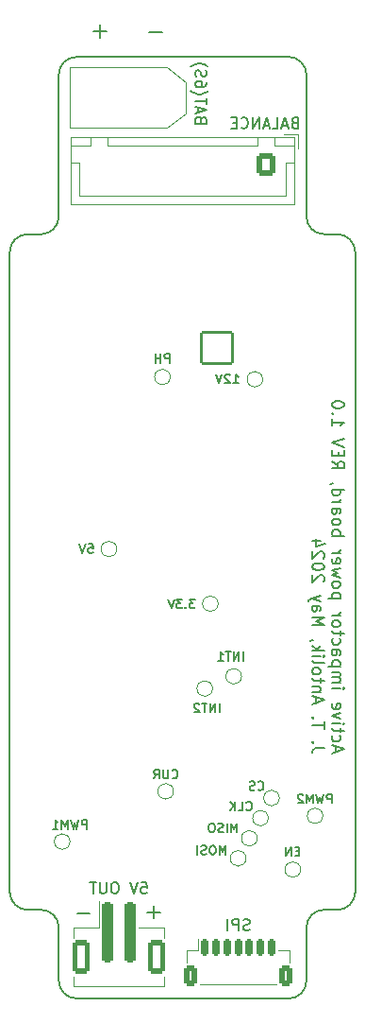
<source format=gbr>
%TF.GenerationSoftware,KiCad,Pcbnew,7.0.6*%
%TF.CreationDate,2024-05-08T12:01:16-04:00*%
%TF.ProjectId,ActiveImpactor_Power,41637469-7665-4496-9d70-6163746f725f,rev?*%
%TF.SameCoordinates,Original*%
%TF.FileFunction,Legend,Bot*%
%TF.FilePolarity,Positive*%
%FSLAX46Y46*%
G04 Gerber Fmt 4.6, Leading zero omitted, Abs format (unit mm)*
G04 Created by KiCad (PCBNEW 7.0.6) date 2024-05-08 12:01:16*
%MOMM*%
%LPD*%
G01*
G04 APERTURE LIST*
G04 Aperture macros list*
%AMRoundRect*
0 Rectangle with rounded corners*
0 $1 Rounding radius*
0 $2 $3 $4 $5 $6 $7 $8 $9 X,Y pos of 4 corners*
0 Add a 4 corners polygon primitive as box body*
4,1,4,$2,$3,$4,$5,$6,$7,$8,$9,$2,$3,0*
0 Add four circle primitives for the rounded corners*
1,1,$1+$1,$2,$3*
1,1,$1+$1,$4,$5*
1,1,$1+$1,$6,$7*
1,1,$1+$1,$8,$9*
0 Add four rect primitives between the rounded corners*
20,1,$1+$1,$2,$3,$4,$5,0*
20,1,$1+$1,$4,$5,$6,$7,0*
20,1,$1+$1,$6,$7,$8,$9,0*
20,1,$1+$1,$8,$9,$2,$3,0*%
G04 Aperture macros list end*
%ADD10C,0.200000*%
%ADD11C,0.150000*%
%ADD12C,0.120000*%
%ADD13RoundRect,0.102000X1.387500X-1.387500X1.387500X1.387500X-1.387500X1.387500X-1.387500X-1.387500X0*%
%ADD14C,2.979000*%
%ADD15C,0.990600*%
%ADD16C,4.750000*%
%ADD17C,1.000000*%
%ADD18R,3.800000X3.800000*%
%ADD19C,3.800000*%
%ADD20RoundRect,0.250000X-0.250000X-2.500000X0.250000X-2.500000X0.250000X2.500000X-0.250000X2.500000X0*%
%ADD21RoundRect,0.250000X-0.550000X-1.250000X0.550000X-1.250000X0.550000X1.250000X-0.550000X1.250000X0*%
%ADD22RoundRect,0.150000X-0.150000X-0.625000X0.150000X-0.625000X0.150000X0.625000X-0.150000X0.625000X0*%
%ADD23RoundRect,0.250000X-0.350000X-0.650000X0.350000X-0.650000X0.350000X0.650000X-0.350000X0.650000X0*%
%ADD24RoundRect,0.250000X0.600000X0.725000X-0.600000X0.725000X-0.600000X-0.725000X0.600000X-0.725000X0*%
%ADD25O,1.700000X1.950000*%
G04 APERTURE END LIST*
D10*
X11121925Y27875625D02*
G75*
G03*
X12709375Y26288125I1587475J-25D01*
G01*
X12709375Y-34211875D02*
G75*
G03*
X11121875Y-35799375I5J-1587505D01*
G01*
X11121875Y40575625D02*
G75*
G03*
X9534375Y42163125I-1587505J-5D01*
G01*
X-11103125Y-35799375D02*
G75*
G03*
X-12690625Y-34211875I-1587500J0D01*
G01*
X-9515625Y42163125D02*
X9534375Y42163125D01*
X13912500Y-34211875D02*
X12709375Y-34211875D01*
X-15500000Y-32624375D02*
G75*
G03*
X-13912500Y-34211875I1587500J0D01*
G01*
X12709375Y26288125D02*
X13912500Y26288125D01*
X9534375Y-42149375D02*
X-9515625Y-42149375D01*
X-9515625Y42163125D02*
G75*
G03*
X-11103125Y40575625I0J-1587500D01*
G01*
X-15500000Y-32624375D02*
X-15500000Y24700625D01*
X-11103125Y27875625D02*
X-11103125Y40575625D01*
X-11103125Y-40561875D02*
G75*
G03*
X-9515625Y-42149375I1587500J0D01*
G01*
X-13912500Y26288125D02*
G75*
G03*
X-15500000Y24700625I0J-1587500D01*
G01*
X15500000Y24700625D02*
X15500000Y-32624375D01*
X11121875Y40575625D02*
X11121875Y27875625D01*
X13912500Y-34211870D02*
G75*
G03*
X15500000Y-32624375I0J1587500D01*
G01*
X-13912500Y26288125D02*
X-12690625Y26288125D01*
X9534375Y-42149375D02*
G75*
G03*
X11121875Y-40561875I-5J1587505D01*
G01*
X-12690625Y-34211875D02*
X-13912500Y-34211875D01*
X15500005Y24700625D02*
G75*
G03*
X13912500Y26288125I-1587445J55D01*
G01*
X-11103125Y-40561875D02*
X-11103125Y-35799375D01*
X-12690625Y26288125D02*
G75*
G03*
X-11103125Y27875625I0J1587500D01*
G01*
X11121875Y-35799375D02*
X11121875Y-40561875D01*
D11*
X6783332Y-23436104D02*
X6821428Y-23474200D01*
X6821428Y-23474200D02*
X6935713Y-23512295D01*
X6935713Y-23512295D02*
X7011904Y-23512295D01*
X7011904Y-23512295D02*
X7126190Y-23474200D01*
X7126190Y-23474200D02*
X7202380Y-23398009D01*
X7202380Y-23398009D02*
X7240475Y-23321819D01*
X7240475Y-23321819D02*
X7278571Y-23169438D01*
X7278571Y-23169438D02*
X7278571Y-23055152D01*
X7278571Y-23055152D02*
X7240475Y-22902771D01*
X7240475Y-22902771D02*
X7202380Y-22826580D01*
X7202380Y-22826580D02*
X7126190Y-22750390D01*
X7126190Y-22750390D02*
X7011904Y-22712295D01*
X7011904Y-22712295D02*
X6935713Y-22712295D01*
X6935713Y-22712295D02*
X6821428Y-22750390D01*
X6821428Y-22750390D02*
X6783332Y-22788485D01*
X6478571Y-23474200D02*
X6364285Y-23512295D01*
X6364285Y-23512295D02*
X6173809Y-23512295D01*
X6173809Y-23512295D02*
X6097618Y-23474200D01*
X6097618Y-23474200D02*
X6059523Y-23436104D01*
X6059523Y-23436104D02*
X6021428Y-23359914D01*
X6021428Y-23359914D02*
X6021428Y-23283723D01*
X6021428Y-23283723D02*
X6059523Y-23207533D01*
X6059523Y-23207533D02*
X6097618Y-23169438D01*
X6097618Y-23169438D02*
X6173809Y-23131342D01*
X6173809Y-23131342D02*
X6326190Y-23093247D01*
X6326190Y-23093247D02*
X6402380Y-23055152D01*
X6402380Y-23055152D02*
X6440475Y-23017057D01*
X6440475Y-23017057D02*
X6478571Y-22940866D01*
X6478571Y-22940866D02*
X6478571Y-22864676D01*
X6478571Y-22864676D02*
X6440475Y-22788485D01*
X6440475Y-22788485D02*
X6402380Y-22750390D01*
X6402380Y-22750390D02*
X6326190Y-22712295D01*
X6326190Y-22712295D02*
X6135713Y-22712295D01*
X6135713Y-22712295D02*
X6021428Y-22750390D01*
X-8595238Y-26962295D02*
X-8595238Y-26162295D01*
X-8595238Y-26162295D02*
X-8900000Y-26162295D01*
X-8900000Y-26162295D02*
X-8976190Y-26200390D01*
X-8976190Y-26200390D02*
X-9014285Y-26238485D01*
X-9014285Y-26238485D02*
X-9052381Y-26314676D01*
X-9052381Y-26314676D02*
X-9052381Y-26428961D01*
X-9052381Y-26428961D02*
X-9014285Y-26505152D01*
X-9014285Y-26505152D02*
X-8976190Y-26543247D01*
X-8976190Y-26543247D02*
X-8900000Y-26581342D01*
X-8900000Y-26581342D02*
X-8595238Y-26581342D01*
X-9319047Y-26162295D02*
X-9509523Y-26962295D01*
X-9509523Y-26962295D02*
X-9661904Y-26390866D01*
X-9661904Y-26390866D02*
X-9814285Y-26962295D01*
X-9814285Y-26962295D02*
X-10004762Y-26162295D01*
X-10309524Y-26962295D02*
X-10309524Y-26162295D01*
X-10309524Y-26162295D02*
X-10576190Y-26733723D01*
X-10576190Y-26733723D02*
X-10842857Y-26162295D01*
X-10842857Y-26162295D02*
X-10842857Y-26962295D01*
X-11642857Y-26962295D02*
X-11185714Y-26962295D01*
X-11414286Y-26962295D02*
X-11414286Y-26162295D01*
X-11414286Y-26162295D02*
X-11338095Y-26276580D01*
X-11338095Y-26276580D02*
X-11261905Y-26352771D01*
X-11261905Y-26352771D02*
X-11185714Y-26390866D01*
X-1171429Y14787704D02*
X-1171429Y15587704D01*
X-1171429Y15587704D02*
X-1476191Y15587704D01*
X-1476191Y15587704D02*
X-1552381Y15549609D01*
X-1552381Y15549609D02*
X-1590476Y15511514D01*
X-1590476Y15511514D02*
X-1628572Y15435323D01*
X-1628572Y15435323D02*
X-1628572Y15321038D01*
X-1628572Y15321038D02*
X-1590476Y15244847D01*
X-1590476Y15244847D02*
X-1552381Y15206752D01*
X-1552381Y15206752D02*
X-1476191Y15168657D01*
X-1476191Y15168657D02*
X-1171429Y15168657D01*
X-1971429Y14787704D02*
X-1971429Y15587704D01*
X-1971429Y15206752D02*
X-2428572Y15206752D01*
X-2428572Y14787704D02*
X-2428572Y15587704D01*
X13727704Y-20091792D02*
X13727704Y-19567982D01*
X13413419Y-20196554D02*
X14513419Y-19829887D01*
X14513419Y-19829887D02*
X13413419Y-19463220D01*
X13465800Y-18625125D02*
X13413419Y-18729887D01*
X13413419Y-18729887D02*
X13413419Y-18939411D01*
X13413419Y-18939411D02*
X13465800Y-19044173D01*
X13465800Y-19044173D02*
X13518180Y-19096554D01*
X13518180Y-19096554D02*
X13622942Y-19148935D01*
X13622942Y-19148935D02*
X13937228Y-19148935D01*
X13937228Y-19148935D02*
X14041990Y-19096554D01*
X14041990Y-19096554D02*
X14094371Y-19044173D01*
X14094371Y-19044173D02*
X14146752Y-18939411D01*
X14146752Y-18939411D02*
X14146752Y-18729887D01*
X14146752Y-18729887D02*
X14094371Y-18625125D01*
X14146752Y-18310840D02*
X14146752Y-17891792D01*
X14513419Y-18153697D02*
X13570561Y-18153697D01*
X13570561Y-18153697D02*
X13465800Y-18101316D01*
X13465800Y-18101316D02*
X13413419Y-17996554D01*
X13413419Y-17996554D02*
X13413419Y-17891792D01*
X13413419Y-17525126D02*
X14146752Y-17525126D01*
X14513419Y-17525126D02*
X14461038Y-17577507D01*
X14461038Y-17577507D02*
X14408657Y-17525126D01*
X14408657Y-17525126D02*
X14461038Y-17472745D01*
X14461038Y-17472745D02*
X14513419Y-17525126D01*
X14513419Y-17525126D02*
X14408657Y-17525126D01*
X14146752Y-17106078D02*
X13413419Y-16844173D01*
X13413419Y-16844173D02*
X14146752Y-16582268D01*
X13465800Y-15744173D02*
X13413419Y-15848935D01*
X13413419Y-15848935D02*
X13413419Y-16058459D01*
X13413419Y-16058459D02*
X13465800Y-16163221D01*
X13465800Y-16163221D02*
X13570561Y-16215602D01*
X13570561Y-16215602D02*
X13989609Y-16215602D01*
X13989609Y-16215602D02*
X14094371Y-16163221D01*
X14094371Y-16163221D02*
X14146752Y-16058459D01*
X14146752Y-16058459D02*
X14146752Y-15848935D01*
X14146752Y-15848935D02*
X14094371Y-15744173D01*
X14094371Y-15744173D02*
X13989609Y-15691792D01*
X13989609Y-15691792D02*
X13884847Y-15691792D01*
X13884847Y-15691792D02*
X13780085Y-16215602D01*
X13413419Y-14382269D02*
X14146752Y-14382269D01*
X14513419Y-14382269D02*
X14461038Y-14434650D01*
X14461038Y-14434650D02*
X14408657Y-14382269D01*
X14408657Y-14382269D02*
X14461038Y-14329888D01*
X14461038Y-14329888D02*
X14513419Y-14382269D01*
X14513419Y-14382269D02*
X14408657Y-14382269D01*
X13413419Y-13858459D02*
X14146752Y-13858459D01*
X14041990Y-13858459D02*
X14094371Y-13806078D01*
X14094371Y-13806078D02*
X14146752Y-13701316D01*
X14146752Y-13701316D02*
X14146752Y-13544173D01*
X14146752Y-13544173D02*
X14094371Y-13439411D01*
X14094371Y-13439411D02*
X13989609Y-13387030D01*
X13989609Y-13387030D02*
X13413419Y-13387030D01*
X13989609Y-13387030D02*
X14094371Y-13334649D01*
X14094371Y-13334649D02*
X14146752Y-13229887D01*
X14146752Y-13229887D02*
X14146752Y-13072744D01*
X14146752Y-13072744D02*
X14094371Y-12967983D01*
X14094371Y-12967983D02*
X13989609Y-12915602D01*
X13989609Y-12915602D02*
X13413419Y-12915602D01*
X14146752Y-12391792D02*
X13046752Y-12391792D01*
X14094371Y-12391792D02*
X14146752Y-12287030D01*
X14146752Y-12287030D02*
X14146752Y-12077506D01*
X14146752Y-12077506D02*
X14094371Y-11972744D01*
X14094371Y-11972744D02*
X14041990Y-11920363D01*
X14041990Y-11920363D02*
X13937228Y-11867982D01*
X13937228Y-11867982D02*
X13622942Y-11867982D01*
X13622942Y-11867982D02*
X13518180Y-11920363D01*
X13518180Y-11920363D02*
X13465800Y-11972744D01*
X13465800Y-11972744D02*
X13413419Y-12077506D01*
X13413419Y-12077506D02*
X13413419Y-12287030D01*
X13413419Y-12287030D02*
X13465800Y-12391792D01*
X13413419Y-10925125D02*
X13989609Y-10925125D01*
X13989609Y-10925125D02*
X14094371Y-10977506D01*
X14094371Y-10977506D02*
X14146752Y-11082268D01*
X14146752Y-11082268D02*
X14146752Y-11291792D01*
X14146752Y-11291792D02*
X14094371Y-11396554D01*
X13465800Y-10925125D02*
X13413419Y-11029887D01*
X13413419Y-11029887D02*
X13413419Y-11291792D01*
X13413419Y-11291792D02*
X13465800Y-11396554D01*
X13465800Y-11396554D02*
X13570561Y-11448935D01*
X13570561Y-11448935D02*
X13675323Y-11448935D01*
X13675323Y-11448935D02*
X13780085Y-11396554D01*
X13780085Y-11396554D02*
X13832466Y-11291792D01*
X13832466Y-11291792D02*
X13832466Y-11029887D01*
X13832466Y-11029887D02*
X13884847Y-10925125D01*
X13465800Y-9929887D02*
X13413419Y-10034649D01*
X13413419Y-10034649D02*
X13413419Y-10244173D01*
X13413419Y-10244173D02*
X13465800Y-10348935D01*
X13465800Y-10348935D02*
X13518180Y-10401316D01*
X13518180Y-10401316D02*
X13622942Y-10453697D01*
X13622942Y-10453697D02*
X13937228Y-10453697D01*
X13937228Y-10453697D02*
X14041990Y-10401316D01*
X14041990Y-10401316D02*
X14094371Y-10348935D01*
X14094371Y-10348935D02*
X14146752Y-10244173D01*
X14146752Y-10244173D02*
X14146752Y-10034649D01*
X14146752Y-10034649D02*
X14094371Y-9929887D01*
X14146752Y-9615602D02*
X14146752Y-9196554D01*
X14513419Y-9458459D02*
X13570561Y-9458459D01*
X13570561Y-9458459D02*
X13465800Y-9406078D01*
X13465800Y-9406078D02*
X13413419Y-9301316D01*
X13413419Y-9301316D02*
X13413419Y-9196554D01*
X13413419Y-8672745D02*
X13465800Y-8777507D01*
X13465800Y-8777507D02*
X13518180Y-8829888D01*
X13518180Y-8829888D02*
X13622942Y-8882269D01*
X13622942Y-8882269D02*
X13937228Y-8882269D01*
X13937228Y-8882269D02*
X14041990Y-8829888D01*
X14041990Y-8829888D02*
X14094371Y-8777507D01*
X14094371Y-8777507D02*
X14146752Y-8672745D01*
X14146752Y-8672745D02*
X14146752Y-8515602D01*
X14146752Y-8515602D02*
X14094371Y-8410840D01*
X14094371Y-8410840D02*
X14041990Y-8358459D01*
X14041990Y-8358459D02*
X13937228Y-8306078D01*
X13937228Y-8306078D02*
X13622942Y-8306078D01*
X13622942Y-8306078D02*
X13518180Y-8358459D01*
X13518180Y-8358459D02*
X13465800Y-8410840D01*
X13465800Y-8410840D02*
X13413419Y-8515602D01*
X13413419Y-8515602D02*
X13413419Y-8672745D01*
X13413419Y-7834650D02*
X14146752Y-7834650D01*
X13937228Y-7834650D02*
X14041990Y-7782269D01*
X14041990Y-7782269D02*
X14094371Y-7729888D01*
X14094371Y-7729888D02*
X14146752Y-7625126D01*
X14146752Y-7625126D02*
X14146752Y-7520364D01*
X14146752Y-6315603D02*
X13046752Y-6315603D01*
X14094371Y-6315603D02*
X14146752Y-6210841D01*
X14146752Y-6210841D02*
X14146752Y-6001317D01*
X14146752Y-6001317D02*
X14094371Y-5896555D01*
X14094371Y-5896555D02*
X14041990Y-5844174D01*
X14041990Y-5844174D02*
X13937228Y-5791793D01*
X13937228Y-5791793D02*
X13622942Y-5791793D01*
X13622942Y-5791793D02*
X13518180Y-5844174D01*
X13518180Y-5844174D02*
X13465800Y-5896555D01*
X13465800Y-5896555D02*
X13413419Y-6001317D01*
X13413419Y-6001317D02*
X13413419Y-6210841D01*
X13413419Y-6210841D02*
X13465800Y-6315603D01*
X13413419Y-5163222D02*
X13465800Y-5267984D01*
X13465800Y-5267984D02*
X13518180Y-5320365D01*
X13518180Y-5320365D02*
X13622942Y-5372746D01*
X13622942Y-5372746D02*
X13937228Y-5372746D01*
X13937228Y-5372746D02*
X14041990Y-5320365D01*
X14041990Y-5320365D02*
X14094371Y-5267984D01*
X14094371Y-5267984D02*
X14146752Y-5163222D01*
X14146752Y-5163222D02*
X14146752Y-5006079D01*
X14146752Y-5006079D02*
X14094371Y-4901317D01*
X14094371Y-4901317D02*
X14041990Y-4848936D01*
X14041990Y-4848936D02*
X13937228Y-4796555D01*
X13937228Y-4796555D02*
X13622942Y-4796555D01*
X13622942Y-4796555D02*
X13518180Y-4848936D01*
X13518180Y-4848936D02*
X13465800Y-4901317D01*
X13465800Y-4901317D02*
X13413419Y-5006079D01*
X13413419Y-5006079D02*
X13413419Y-5163222D01*
X14146752Y-4429889D02*
X13413419Y-4220365D01*
X13413419Y-4220365D02*
X13937228Y-4010841D01*
X13937228Y-4010841D02*
X13413419Y-3801317D01*
X13413419Y-3801317D02*
X14146752Y-3591793D01*
X13465800Y-2753698D02*
X13413419Y-2858460D01*
X13413419Y-2858460D02*
X13413419Y-3067984D01*
X13413419Y-3067984D02*
X13465800Y-3172746D01*
X13465800Y-3172746D02*
X13570561Y-3225127D01*
X13570561Y-3225127D02*
X13989609Y-3225127D01*
X13989609Y-3225127D02*
X14094371Y-3172746D01*
X14094371Y-3172746D02*
X14146752Y-3067984D01*
X14146752Y-3067984D02*
X14146752Y-2858460D01*
X14146752Y-2858460D02*
X14094371Y-2753698D01*
X14094371Y-2753698D02*
X13989609Y-2701317D01*
X13989609Y-2701317D02*
X13884847Y-2701317D01*
X13884847Y-2701317D02*
X13780085Y-3225127D01*
X13413419Y-2229889D02*
X14146752Y-2229889D01*
X13937228Y-2229889D02*
X14041990Y-2177508D01*
X14041990Y-2177508D02*
X14094371Y-2125127D01*
X14094371Y-2125127D02*
X14146752Y-2020365D01*
X14146752Y-2020365D02*
X14146752Y-1915603D01*
X13413419Y-710842D02*
X14513419Y-710842D01*
X14094371Y-710842D02*
X14146752Y-606080D01*
X14146752Y-606080D02*
X14146752Y-396556D01*
X14146752Y-396556D02*
X14094371Y-291794D01*
X14094371Y-291794D02*
X14041990Y-239413D01*
X14041990Y-239413D02*
X13937228Y-187032D01*
X13937228Y-187032D02*
X13622942Y-187032D01*
X13622942Y-187032D02*
X13518180Y-239413D01*
X13518180Y-239413D02*
X13465800Y-291794D01*
X13465800Y-291794D02*
X13413419Y-396556D01*
X13413419Y-396556D02*
X13413419Y-606080D01*
X13413419Y-606080D02*
X13465800Y-710842D01*
X13413419Y441538D02*
X13465800Y336776D01*
X13465800Y336776D02*
X13518180Y284395D01*
X13518180Y284395D02*
X13622942Y232014D01*
X13622942Y232014D02*
X13937228Y232014D01*
X13937228Y232014D02*
X14041990Y284395D01*
X14041990Y284395D02*
X14094371Y336776D01*
X14094371Y336776D02*
X14146752Y441538D01*
X14146752Y441538D02*
X14146752Y598681D01*
X14146752Y598681D02*
X14094371Y703443D01*
X14094371Y703443D02*
X14041990Y755824D01*
X14041990Y755824D02*
X13937228Y808205D01*
X13937228Y808205D02*
X13622942Y808205D01*
X13622942Y808205D02*
X13518180Y755824D01*
X13518180Y755824D02*
X13465800Y703443D01*
X13465800Y703443D02*
X13413419Y598681D01*
X13413419Y598681D02*
X13413419Y441538D01*
X13413419Y1751062D02*
X13989609Y1751062D01*
X13989609Y1751062D02*
X14094371Y1698681D01*
X14094371Y1698681D02*
X14146752Y1593919D01*
X14146752Y1593919D02*
X14146752Y1384395D01*
X14146752Y1384395D02*
X14094371Y1279633D01*
X13465800Y1751062D02*
X13413419Y1646300D01*
X13413419Y1646300D02*
X13413419Y1384395D01*
X13413419Y1384395D02*
X13465800Y1279633D01*
X13465800Y1279633D02*
X13570561Y1227252D01*
X13570561Y1227252D02*
X13675323Y1227252D01*
X13675323Y1227252D02*
X13780085Y1279633D01*
X13780085Y1279633D02*
X13832466Y1384395D01*
X13832466Y1384395D02*
X13832466Y1646300D01*
X13832466Y1646300D02*
X13884847Y1751062D01*
X13413419Y2274871D02*
X14146752Y2274871D01*
X13937228Y2274871D02*
X14041990Y2327252D01*
X14041990Y2327252D02*
X14094371Y2379633D01*
X14094371Y2379633D02*
X14146752Y2484395D01*
X14146752Y2484395D02*
X14146752Y2589157D01*
X13413419Y3427252D02*
X14513419Y3427252D01*
X13465800Y3427252D02*
X13413419Y3322490D01*
X13413419Y3322490D02*
X13413419Y3112966D01*
X13413419Y3112966D02*
X13465800Y3008204D01*
X13465800Y3008204D02*
X13518180Y2955823D01*
X13518180Y2955823D02*
X13622942Y2903442D01*
X13622942Y2903442D02*
X13937228Y2903442D01*
X13937228Y2903442D02*
X14041990Y2955823D01*
X14041990Y2955823D02*
X14094371Y3008204D01*
X14094371Y3008204D02*
X14146752Y3112966D01*
X14146752Y3112966D02*
X14146752Y3322490D01*
X14146752Y3322490D02*
X14094371Y3427252D01*
X13465800Y4003442D02*
X13413419Y4003442D01*
X13413419Y4003442D02*
X13308657Y3951061D01*
X13308657Y3951061D02*
X13256276Y3898680D01*
X13413419Y5941538D02*
X13937228Y5574871D01*
X13413419Y5312966D02*
X14513419Y5312966D01*
X14513419Y5312966D02*
X14513419Y5732014D01*
X14513419Y5732014D02*
X14461038Y5836776D01*
X14461038Y5836776D02*
X14408657Y5889157D01*
X14408657Y5889157D02*
X14303895Y5941538D01*
X14303895Y5941538D02*
X14146752Y5941538D01*
X14146752Y5941538D02*
X14041990Y5889157D01*
X14041990Y5889157D02*
X13989609Y5836776D01*
X13989609Y5836776D02*
X13937228Y5732014D01*
X13937228Y5732014D02*
X13937228Y5312966D01*
X13989609Y6412966D02*
X13989609Y6779633D01*
X13413419Y6936776D02*
X13413419Y6412966D01*
X13413419Y6412966D02*
X14513419Y6412966D01*
X14513419Y6412966D02*
X14513419Y6936776D01*
X14513419Y7251061D02*
X13413419Y7617728D01*
X13413419Y7617728D02*
X14513419Y7984395D01*
X13413419Y9765347D02*
X13413419Y9136775D01*
X13413419Y9451061D02*
X14513419Y9451061D01*
X14513419Y9451061D02*
X14356276Y9346299D01*
X14356276Y9346299D02*
X14251514Y9241537D01*
X14251514Y9241537D02*
X14199133Y9136775D01*
X13518180Y10236775D02*
X13465800Y10289156D01*
X13465800Y10289156D02*
X13413419Y10236775D01*
X13413419Y10236775D02*
X13465800Y10184394D01*
X13465800Y10184394D02*
X13518180Y10236775D01*
X13518180Y10236775D02*
X13413419Y10236775D01*
X14513419Y10970109D02*
X14513419Y11074871D01*
X14513419Y11074871D02*
X14461038Y11179633D01*
X14461038Y11179633D02*
X14408657Y11232014D01*
X14408657Y11232014D02*
X14303895Y11284395D01*
X14303895Y11284395D02*
X14094371Y11336776D01*
X14094371Y11336776D02*
X13832466Y11336776D01*
X13832466Y11336776D02*
X13622942Y11284395D01*
X13622942Y11284395D02*
X13518180Y11232014D01*
X13518180Y11232014D02*
X13465800Y11179633D01*
X13465800Y11179633D02*
X13413419Y11074871D01*
X13413419Y11074871D02*
X13413419Y10970109D01*
X13413419Y10970109D02*
X13465800Y10865347D01*
X13465800Y10865347D02*
X13518180Y10812966D01*
X13518180Y10812966D02*
X13622942Y10760585D01*
X13622942Y10760585D02*
X13832466Y10708204D01*
X13832466Y10708204D02*
X14094371Y10708204D01*
X14094371Y10708204D02*
X14303895Y10760585D01*
X14303895Y10760585D02*
X14408657Y10812966D01*
X14408657Y10812966D02*
X14461038Y10865347D01*
X14461038Y10865347D02*
X14513419Y10970109D01*
X12742419Y-19725125D02*
X11956704Y-19725125D01*
X11956704Y-19725125D02*
X11799561Y-19777506D01*
X11799561Y-19777506D02*
X11694800Y-19882268D01*
X11694800Y-19882268D02*
X11642419Y-20039411D01*
X11642419Y-20039411D02*
X11642419Y-20144173D01*
X11747180Y-19201316D02*
X11694800Y-19148935D01*
X11694800Y-19148935D02*
X11642419Y-19201316D01*
X11642419Y-19201316D02*
X11694800Y-19253697D01*
X11694800Y-19253697D02*
X11747180Y-19201316D01*
X11747180Y-19201316D02*
X11642419Y-19201316D01*
X12742419Y-17996554D02*
X12742419Y-17367982D01*
X11642419Y-17682268D02*
X12742419Y-17682268D01*
X11747180Y-17001316D02*
X11694800Y-16948935D01*
X11694800Y-16948935D02*
X11642419Y-17001316D01*
X11642419Y-17001316D02*
X11694800Y-17053697D01*
X11694800Y-17053697D02*
X11747180Y-17001316D01*
X11747180Y-17001316D02*
X11642419Y-17001316D01*
X11956704Y-15691792D02*
X11956704Y-15167982D01*
X11642419Y-15796554D02*
X12742419Y-15429887D01*
X12742419Y-15429887D02*
X11642419Y-15063220D01*
X12375752Y-14696554D02*
X11642419Y-14696554D01*
X12270990Y-14696554D02*
X12323371Y-14644173D01*
X12323371Y-14644173D02*
X12375752Y-14539411D01*
X12375752Y-14539411D02*
X12375752Y-14382268D01*
X12375752Y-14382268D02*
X12323371Y-14277506D01*
X12323371Y-14277506D02*
X12218609Y-14225125D01*
X12218609Y-14225125D02*
X11642419Y-14225125D01*
X12375752Y-13858459D02*
X12375752Y-13439411D01*
X12742419Y-13701316D02*
X11799561Y-13701316D01*
X11799561Y-13701316D02*
X11694800Y-13648935D01*
X11694800Y-13648935D02*
X11642419Y-13544173D01*
X11642419Y-13544173D02*
X11642419Y-13439411D01*
X11642419Y-12915602D02*
X11694800Y-13020364D01*
X11694800Y-13020364D02*
X11747180Y-13072745D01*
X11747180Y-13072745D02*
X11851942Y-13125126D01*
X11851942Y-13125126D02*
X12166228Y-13125126D01*
X12166228Y-13125126D02*
X12270990Y-13072745D01*
X12270990Y-13072745D02*
X12323371Y-13020364D01*
X12323371Y-13020364D02*
X12375752Y-12915602D01*
X12375752Y-12915602D02*
X12375752Y-12758459D01*
X12375752Y-12758459D02*
X12323371Y-12653697D01*
X12323371Y-12653697D02*
X12270990Y-12601316D01*
X12270990Y-12601316D02*
X12166228Y-12548935D01*
X12166228Y-12548935D02*
X11851942Y-12548935D01*
X11851942Y-12548935D02*
X11747180Y-12601316D01*
X11747180Y-12601316D02*
X11694800Y-12653697D01*
X11694800Y-12653697D02*
X11642419Y-12758459D01*
X11642419Y-12758459D02*
X11642419Y-12915602D01*
X11642419Y-11920364D02*
X11694800Y-12025126D01*
X11694800Y-12025126D02*
X11799561Y-12077507D01*
X11799561Y-12077507D02*
X12742419Y-12077507D01*
X11642419Y-11501317D02*
X12375752Y-11501317D01*
X12742419Y-11501317D02*
X12690038Y-11553698D01*
X12690038Y-11553698D02*
X12637657Y-11501317D01*
X12637657Y-11501317D02*
X12690038Y-11448936D01*
X12690038Y-11448936D02*
X12742419Y-11501317D01*
X12742419Y-11501317D02*
X12637657Y-11501317D01*
X11642419Y-10977507D02*
X12742419Y-10977507D01*
X12061466Y-10872745D02*
X11642419Y-10558459D01*
X12375752Y-10558459D02*
X11956704Y-10977507D01*
X11694800Y-10034650D02*
X11642419Y-10034650D01*
X11642419Y-10034650D02*
X11537657Y-10087031D01*
X11537657Y-10087031D02*
X11485276Y-10139412D01*
X11642419Y-8725126D02*
X12742419Y-8725126D01*
X12742419Y-8725126D02*
X11956704Y-8358459D01*
X11956704Y-8358459D02*
X12742419Y-7991792D01*
X12742419Y-7991792D02*
X11642419Y-7991792D01*
X11642419Y-6996554D02*
X12218609Y-6996554D01*
X12218609Y-6996554D02*
X12323371Y-7048935D01*
X12323371Y-7048935D02*
X12375752Y-7153697D01*
X12375752Y-7153697D02*
X12375752Y-7363221D01*
X12375752Y-7363221D02*
X12323371Y-7467983D01*
X11694800Y-6996554D02*
X11642419Y-7101316D01*
X11642419Y-7101316D02*
X11642419Y-7363221D01*
X11642419Y-7363221D02*
X11694800Y-7467983D01*
X11694800Y-7467983D02*
X11799561Y-7520364D01*
X11799561Y-7520364D02*
X11904323Y-7520364D01*
X11904323Y-7520364D02*
X12009085Y-7467983D01*
X12009085Y-7467983D02*
X12061466Y-7363221D01*
X12061466Y-7363221D02*
X12061466Y-7101316D01*
X12061466Y-7101316D02*
X12113847Y-6996554D01*
X12375752Y-6577507D02*
X11642419Y-6315602D01*
X12375752Y-6053697D02*
X11642419Y-6315602D01*
X11642419Y-6315602D02*
X11380514Y-6420364D01*
X11380514Y-6420364D02*
X11328133Y-6472745D01*
X11328133Y-6472745D02*
X11275752Y-6577507D01*
X12637657Y-4848936D02*
X12690038Y-4796555D01*
X12690038Y-4796555D02*
X12742419Y-4691793D01*
X12742419Y-4691793D02*
X12742419Y-4429888D01*
X12742419Y-4429888D02*
X12690038Y-4325126D01*
X12690038Y-4325126D02*
X12637657Y-4272745D01*
X12637657Y-4272745D02*
X12532895Y-4220364D01*
X12532895Y-4220364D02*
X12428133Y-4220364D01*
X12428133Y-4220364D02*
X12270990Y-4272745D01*
X12270990Y-4272745D02*
X11642419Y-4901317D01*
X11642419Y-4901317D02*
X11642419Y-4220364D01*
X12742419Y-3539412D02*
X12742419Y-3434650D01*
X12742419Y-3434650D02*
X12690038Y-3329888D01*
X12690038Y-3329888D02*
X12637657Y-3277507D01*
X12637657Y-3277507D02*
X12532895Y-3225126D01*
X12532895Y-3225126D02*
X12323371Y-3172745D01*
X12323371Y-3172745D02*
X12061466Y-3172745D01*
X12061466Y-3172745D02*
X11851942Y-3225126D01*
X11851942Y-3225126D02*
X11747180Y-3277507D01*
X11747180Y-3277507D02*
X11694800Y-3329888D01*
X11694800Y-3329888D02*
X11642419Y-3434650D01*
X11642419Y-3434650D02*
X11642419Y-3539412D01*
X11642419Y-3539412D02*
X11694800Y-3644174D01*
X11694800Y-3644174D02*
X11747180Y-3696555D01*
X11747180Y-3696555D02*
X11851942Y-3748936D01*
X11851942Y-3748936D02*
X12061466Y-3801317D01*
X12061466Y-3801317D02*
X12323371Y-3801317D01*
X12323371Y-3801317D02*
X12532895Y-3748936D01*
X12532895Y-3748936D02*
X12637657Y-3696555D01*
X12637657Y-3696555D02*
X12690038Y-3644174D01*
X12690038Y-3644174D02*
X12742419Y-3539412D01*
X12637657Y-2753698D02*
X12690038Y-2701317D01*
X12690038Y-2701317D02*
X12742419Y-2596555D01*
X12742419Y-2596555D02*
X12742419Y-2334650D01*
X12742419Y-2334650D02*
X12690038Y-2229888D01*
X12690038Y-2229888D02*
X12637657Y-2177507D01*
X12637657Y-2177507D02*
X12532895Y-2125126D01*
X12532895Y-2125126D02*
X12428133Y-2125126D01*
X12428133Y-2125126D02*
X12270990Y-2177507D01*
X12270990Y-2177507D02*
X11642419Y-2806079D01*
X11642419Y-2806079D02*
X11642419Y-2125126D01*
X12375752Y-1182269D02*
X11642419Y-1182269D01*
X12794800Y-1444174D02*
X12009085Y-1706079D01*
X12009085Y-1706079D02*
X12009085Y-1025126D01*
X-3699999Y-31754819D02*
X-3223809Y-31754819D01*
X-3223809Y-31754819D02*
X-3176190Y-32231009D01*
X-3176190Y-32231009D02*
X-3223809Y-32183390D01*
X-3223809Y-32183390D02*
X-3319047Y-32135771D01*
X-3319047Y-32135771D02*
X-3557142Y-32135771D01*
X-3557142Y-32135771D02*
X-3652380Y-32183390D01*
X-3652380Y-32183390D02*
X-3699999Y-32231009D01*
X-3699999Y-32231009D02*
X-3747618Y-32326247D01*
X-3747618Y-32326247D02*
X-3747618Y-32564342D01*
X-3747618Y-32564342D02*
X-3699999Y-32659580D01*
X-3699999Y-32659580D02*
X-3652380Y-32707200D01*
X-3652380Y-32707200D02*
X-3557142Y-32754819D01*
X-3557142Y-32754819D02*
X-3319047Y-32754819D01*
X-3319047Y-32754819D02*
X-3223809Y-32707200D01*
X-3223809Y-32707200D02*
X-3176190Y-32659580D01*
X-4033333Y-31754819D02*
X-4366666Y-32754819D01*
X-4366666Y-32754819D02*
X-4699999Y-31754819D01*
X-5985714Y-31754819D02*
X-6176190Y-31754819D01*
X-6176190Y-31754819D02*
X-6271428Y-31802438D01*
X-6271428Y-31802438D02*
X-6366666Y-31897676D01*
X-6366666Y-31897676D02*
X-6414285Y-32088152D01*
X-6414285Y-32088152D02*
X-6414285Y-32421485D01*
X-6414285Y-32421485D02*
X-6366666Y-32611961D01*
X-6366666Y-32611961D02*
X-6271428Y-32707200D01*
X-6271428Y-32707200D02*
X-6176190Y-32754819D01*
X-6176190Y-32754819D02*
X-5985714Y-32754819D01*
X-5985714Y-32754819D02*
X-5890476Y-32707200D01*
X-5890476Y-32707200D02*
X-5795238Y-32611961D01*
X-5795238Y-32611961D02*
X-5747619Y-32421485D01*
X-5747619Y-32421485D02*
X-5747619Y-32088152D01*
X-5747619Y-32088152D02*
X-5795238Y-31897676D01*
X-5795238Y-31897676D02*
X-5890476Y-31802438D01*
X-5890476Y-31802438D02*
X-5985714Y-31754819D01*
X-6842857Y-31754819D02*
X-6842857Y-32564342D01*
X-6842857Y-32564342D02*
X-6890476Y-32659580D01*
X-6890476Y-32659580D02*
X-6938095Y-32707200D01*
X-6938095Y-32707200D02*
X-7033333Y-32754819D01*
X-7033333Y-32754819D02*
X-7223809Y-32754819D01*
X-7223809Y-32754819D02*
X-7319047Y-32707200D01*
X-7319047Y-32707200D02*
X-7366666Y-32659580D01*
X-7366666Y-32659580D02*
X-7414285Y-32564342D01*
X-7414285Y-32564342D02*
X-7414285Y-31754819D01*
X-7747619Y-31754819D02*
X-8319047Y-31754819D01*
X-8033333Y-32754819D02*
X-8033333Y-31754819D01*
X4907142Y-27262295D02*
X4907142Y-26462295D01*
X4907142Y-26462295D02*
X4640476Y-27033723D01*
X4640476Y-27033723D02*
X4373809Y-26462295D01*
X4373809Y-26462295D02*
X4373809Y-27262295D01*
X3992856Y-27262295D02*
X3992856Y-26462295D01*
X3650000Y-27224200D02*
X3535714Y-27262295D01*
X3535714Y-27262295D02*
X3345238Y-27262295D01*
X3345238Y-27262295D02*
X3269047Y-27224200D01*
X3269047Y-27224200D02*
X3230952Y-27186104D01*
X3230952Y-27186104D02*
X3192857Y-27109914D01*
X3192857Y-27109914D02*
X3192857Y-27033723D01*
X3192857Y-27033723D02*
X3230952Y-26957533D01*
X3230952Y-26957533D02*
X3269047Y-26919438D01*
X3269047Y-26919438D02*
X3345238Y-26881342D01*
X3345238Y-26881342D02*
X3497619Y-26843247D01*
X3497619Y-26843247D02*
X3573809Y-26805152D01*
X3573809Y-26805152D02*
X3611904Y-26767057D01*
X3611904Y-26767057D02*
X3650000Y-26690866D01*
X3650000Y-26690866D02*
X3650000Y-26614676D01*
X3650000Y-26614676D02*
X3611904Y-26538485D01*
X3611904Y-26538485D02*
X3573809Y-26500390D01*
X3573809Y-26500390D02*
X3497619Y-26462295D01*
X3497619Y-26462295D02*
X3307142Y-26462295D01*
X3307142Y-26462295D02*
X3192857Y-26500390D01*
X2697618Y-26462295D02*
X2545237Y-26462295D01*
X2545237Y-26462295D02*
X2469047Y-26500390D01*
X2469047Y-26500390D02*
X2392856Y-26576580D01*
X2392856Y-26576580D02*
X2354761Y-26728961D01*
X2354761Y-26728961D02*
X2354761Y-26995628D01*
X2354761Y-26995628D02*
X2392856Y-27148009D01*
X2392856Y-27148009D02*
X2469047Y-27224200D01*
X2469047Y-27224200D02*
X2545237Y-27262295D01*
X2545237Y-27262295D02*
X2697618Y-27262295D01*
X2697618Y-27262295D02*
X2773809Y-27224200D01*
X2773809Y-27224200D02*
X2849999Y-27148009D01*
X2849999Y-27148009D02*
X2888095Y-26995628D01*
X2888095Y-26995628D02*
X2888095Y-26728961D01*
X2888095Y-26728961D02*
X2849999Y-26576580D01*
X2849999Y-26576580D02*
X2773809Y-26500390D01*
X2773809Y-26500390D02*
X2697618Y-26462295D01*
X5726189Y-25236104D02*
X5764285Y-25274200D01*
X5764285Y-25274200D02*
X5878570Y-25312295D01*
X5878570Y-25312295D02*
X5954761Y-25312295D01*
X5954761Y-25312295D02*
X6069047Y-25274200D01*
X6069047Y-25274200D02*
X6145237Y-25198009D01*
X6145237Y-25198009D02*
X6183332Y-25121819D01*
X6183332Y-25121819D02*
X6221428Y-24969438D01*
X6221428Y-24969438D02*
X6221428Y-24855152D01*
X6221428Y-24855152D02*
X6183332Y-24702771D01*
X6183332Y-24702771D02*
X6145237Y-24626580D01*
X6145237Y-24626580D02*
X6069047Y-24550390D01*
X6069047Y-24550390D02*
X5954761Y-24512295D01*
X5954761Y-24512295D02*
X5878570Y-24512295D01*
X5878570Y-24512295D02*
X5764285Y-24550390D01*
X5764285Y-24550390D02*
X5726189Y-24588485D01*
X5002380Y-25312295D02*
X5383332Y-25312295D01*
X5383332Y-25312295D02*
X5383332Y-24512295D01*
X4735713Y-25312295D02*
X4735713Y-24512295D01*
X4278570Y-25312295D02*
X4621428Y-24855152D01*
X4278570Y-24512295D02*
X4735713Y-24969438D01*
X5454761Y-11912295D02*
X5454761Y-11112295D01*
X5073809Y-11912295D02*
X5073809Y-11112295D01*
X5073809Y-11112295D02*
X4616666Y-11912295D01*
X4616666Y-11912295D02*
X4616666Y-11112295D01*
X4350000Y-11112295D02*
X3892857Y-11112295D01*
X4121429Y-11912295D02*
X4121429Y-11112295D01*
X3207143Y-11912295D02*
X3664286Y-11912295D01*
X3435714Y-11912295D02*
X3435714Y-11112295D01*
X3435714Y-11112295D02*
X3511905Y-11226580D01*
X3511905Y-11226580D02*
X3588095Y-11302771D01*
X3588095Y-11302771D02*
X3664286Y-11340866D01*
X3857142Y-29262295D02*
X3857142Y-28462295D01*
X3857142Y-28462295D02*
X3590476Y-29033723D01*
X3590476Y-29033723D02*
X3323809Y-28462295D01*
X3323809Y-28462295D02*
X3323809Y-29262295D01*
X2790475Y-28462295D02*
X2638094Y-28462295D01*
X2638094Y-28462295D02*
X2561904Y-28500390D01*
X2561904Y-28500390D02*
X2485713Y-28576580D01*
X2485713Y-28576580D02*
X2447618Y-28728961D01*
X2447618Y-28728961D02*
X2447618Y-28995628D01*
X2447618Y-28995628D02*
X2485713Y-29148009D01*
X2485713Y-29148009D02*
X2561904Y-29224200D01*
X2561904Y-29224200D02*
X2638094Y-29262295D01*
X2638094Y-29262295D02*
X2790475Y-29262295D01*
X2790475Y-29262295D02*
X2866666Y-29224200D01*
X2866666Y-29224200D02*
X2942856Y-29148009D01*
X2942856Y-29148009D02*
X2980952Y-28995628D01*
X2980952Y-28995628D02*
X2980952Y-28728961D01*
X2980952Y-28728961D02*
X2942856Y-28576580D01*
X2942856Y-28576580D02*
X2866666Y-28500390D01*
X2866666Y-28500390D02*
X2790475Y-28462295D01*
X2142857Y-29224200D02*
X2028571Y-29262295D01*
X2028571Y-29262295D02*
X1838095Y-29262295D01*
X1838095Y-29262295D02*
X1761904Y-29224200D01*
X1761904Y-29224200D02*
X1723809Y-29186104D01*
X1723809Y-29186104D02*
X1685714Y-29109914D01*
X1685714Y-29109914D02*
X1685714Y-29033723D01*
X1685714Y-29033723D02*
X1723809Y-28957533D01*
X1723809Y-28957533D02*
X1761904Y-28919438D01*
X1761904Y-28919438D02*
X1838095Y-28881342D01*
X1838095Y-28881342D02*
X1990476Y-28843247D01*
X1990476Y-28843247D02*
X2066666Y-28805152D01*
X2066666Y-28805152D02*
X2104761Y-28767057D01*
X2104761Y-28767057D02*
X2142857Y-28690866D01*
X2142857Y-28690866D02*
X2142857Y-28614676D01*
X2142857Y-28614676D02*
X2104761Y-28538485D01*
X2104761Y-28538485D02*
X2066666Y-28500390D01*
X2066666Y-28500390D02*
X1990476Y-28462295D01*
X1990476Y-28462295D02*
X1799999Y-28462295D01*
X1799999Y-28462295D02*
X1685714Y-28500390D01*
X1342856Y-29262295D02*
X1342856Y-28462295D01*
X3304761Y-16512295D02*
X3304761Y-15712295D01*
X2923809Y-16512295D02*
X2923809Y-15712295D01*
X2923809Y-15712295D02*
X2466666Y-16512295D01*
X2466666Y-16512295D02*
X2466666Y-15712295D01*
X2200000Y-15712295D02*
X1742857Y-15712295D01*
X1971429Y-16512295D02*
X1971429Y-15712295D01*
X1514286Y-15788485D02*
X1476190Y-15750390D01*
X1476190Y-15750390D02*
X1400000Y-15712295D01*
X1400000Y-15712295D02*
X1209524Y-15712295D01*
X1209524Y-15712295D02*
X1133333Y-15750390D01*
X1133333Y-15750390D02*
X1095238Y-15788485D01*
X1095238Y-15788485D02*
X1057143Y-15864676D01*
X1057143Y-15864676D02*
X1057143Y-15940866D01*
X1057143Y-15940866D02*
X1095238Y-16055152D01*
X1095238Y-16055152D02*
X1552381Y-16512295D01*
X1552381Y-16512295D02*
X1057143Y-16512295D01*
X10066666Y36268990D02*
X9923809Y36221371D01*
X9923809Y36221371D02*
X9876190Y36173752D01*
X9876190Y36173752D02*
X9828571Y36078514D01*
X9828571Y36078514D02*
X9828571Y35935657D01*
X9828571Y35935657D02*
X9876190Y35840419D01*
X9876190Y35840419D02*
X9923809Y35792800D01*
X9923809Y35792800D02*
X10019047Y35745180D01*
X10019047Y35745180D02*
X10399999Y35745180D01*
X10399999Y35745180D02*
X10399999Y36745180D01*
X10399999Y36745180D02*
X10066666Y36745180D01*
X10066666Y36745180D02*
X9971428Y36697561D01*
X9971428Y36697561D02*
X9923809Y36649942D01*
X9923809Y36649942D02*
X9876190Y36554704D01*
X9876190Y36554704D02*
X9876190Y36459466D01*
X9876190Y36459466D02*
X9923809Y36364228D01*
X9923809Y36364228D02*
X9971428Y36316609D01*
X9971428Y36316609D02*
X10066666Y36268990D01*
X10066666Y36268990D02*
X10399999Y36268990D01*
X9447618Y36030895D02*
X8971428Y36030895D01*
X9542856Y35745180D02*
X9209523Y36745180D01*
X9209523Y36745180D02*
X8876190Y35745180D01*
X8066666Y35745180D02*
X8542856Y35745180D01*
X8542856Y35745180D02*
X8542856Y36745180D01*
X7780951Y36030895D02*
X7304761Y36030895D01*
X7876189Y35745180D02*
X7542856Y36745180D01*
X7542856Y36745180D02*
X7209523Y35745180D01*
X6876189Y35745180D02*
X6876189Y36745180D01*
X6876189Y36745180D02*
X6304761Y35745180D01*
X6304761Y35745180D02*
X6304761Y36745180D01*
X5257142Y35840419D02*
X5304761Y35792800D01*
X5304761Y35792800D02*
X5447618Y35745180D01*
X5447618Y35745180D02*
X5542856Y35745180D01*
X5542856Y35745180D02*
X5685713Y35792800D01*
X5685713Y35792800D02*
X5780951Y35888038D01*
X5780951Y35888038D02*
X5828570Y35983276D01*
X5828570Y35983276D02*
X5876189Y36173752D01*
X5876189Y36173752D02*
X5876189Y36316609D01*
X5876189Y36316609D02*
X5828570Y36507085D01*
X5828570Y36507085D02*
X5780951Y36602323D01*
X5780951Y36602323D02*
X5685713Y36697561D01*
X5685713Y36697561D02*
X5542856Y36745180D01*
X5542856Y36745180D02*
X5447618Y36745180D01*
X5447618Y36745180D02*
X5304761Y36697561D01*
X5304761Y36697561D02*
X5257142Y36649942D01*
X4828570Y36268990D02*
X4495237Y36268990D01*
X4352380Y35745180D02*
X4828570Y35745180D01*
X4828570Y35745180D02*
X4828570Y36745180D01*
X4828570Y36745180D02*
X4352380Y36745180D01*
X-8447619Y-1462295D02*
X-8066667Y-1462295D01*
X-8066667Y-1462295D02*
X-8028571Y-1843247D01*
X-8028571Y-1843247D02*
X-8066667Y-1805152D01*
X-8066667Y-1805152D02*
X-8142857Y-1767057D01*
X-8142857Y-1767057D02*
X-8333333Y-1767057D01*
X-8333333Y-1767057D02*
X-8409524Y-1805152D01*
X-8409524Y-1805152D02*
X-8447619Y-1843247D01*
X-8447619Y-1843247D02*
X-8485714Y-1919438D01*
X-8485714Y-1919438D02*
X-8485714Y-2109914D01*
X-8485714Y-2109914D02*
X-8447619Y-2186104D01*
X-8447619Y-2186104D02*
X-8409524Y-2224200D01*
X-8409524Y-2224200D02*
X-8333333Y-2262295D01*
X-8333333Y-2262295D02*
X-8142857Y-2262295D01*
X-8142857Y-2262295D02*
X-8066667Y-2224200D01*
X-8066667Y-2224200D02*
X-8028571Y-2186104D01*
X-8714286Y-1462295D02*
X-8980953Y-2262295D01*
X-8980953Y-2262295D02*
X-9247619Y-1462295D01*
X1130952Y-6412295D02*
X635714Y-6412295D01*
X635714Y-6412295D02*
X902380Y-6717057D01*
X902380Y-6717057D02*
X788095Y-6717057D01*
X788095Y-6717057D02*
X711904Y-6755152D01*
X711904Y-6755152D02*
X673809Y-6793247D01*
X673809Y-6793247D02*
X635714Y-6869438D01*
X635714Y-6869438D02*
X635714Y-7059914D01*
X635714Y-7059914D02*
X673809Y-7136104D01*
X673809Y-7136104D02*
X711904Y-7174200D01*
X711904Y-7174200D02*
X788095Y-7212295D01*
X788095Y-7212295D02*
X1016666Y-7212295D01*
X1016666Y-7212295D02*
X1092857Y-7174200D01*
X1092857Y-7174200D02*
X1130952Y-7136104D01*
X292856Y-7136104D02*
X254761Y-7174200D01*
X254761Y-7174200D02*
X292856Y-7212295D01*
X292856Y-7212295D02*
X330952Y-7174200D01*
X330952Y-7174200D02*
X292856Y-7136104D01*
X292856Y-7136104D02*
X292856Y-7212295D01*
X-11904Y-6412295D02*
X-507142Y-6412295D01*
X-507142Y-6412295D02*
X-240476Y-6717057D01*
X-240476Y-6717057D02*
X-354761Y-6717057D01*
X-354761Y-6717057D02*
X-430952Y-6755152D01*
X-430952Y-6755152D02*
X-469047Y-6793247D01*
X-469047Y-6793247D02*
X-507142Y-6869438D01*
X-507142Y-6869438D02*
X-507142Y-7059914D01*
X-507142Y-7059914D02*
X-469047Y-7136104D01*
X-469047Y-7136104D02*
X-430952Y-7174200D01*
X-430952Y-7174200D02*
X-354761Y-7212295D01*
X-354761Y-7212295D02*
X-126190Y-7212295D01*
X-126190Y-7212295D02*
X-49999Y-7174200D01*
X-49999Y-7174200D02*
X-11904Y-7136104D01*
X-735714Y-6412295D02*
X-1002381Y-7212295D01*
X-1002381Y-7212295D02*
X-1269047Y-6412295D01*
X10490475Y-28943247D02*
X10223809Y-28943247D01*
X10109523Y-29362295D02*
X10490475Y-29362295D01*
X10490475Y-29362295D02*
X10490475Y-28562295D01*
X10490475Y-28562295D02*
X10109523Y-28562295D01*
X9766665Y-29362295D02*
X9766665Y-28562295D01*
X9766665Y-28562295D02*
X9309522Y-29362295D01*
X9309522Y-29362295D02*
X9309522Y-28562295D01*
X6023808Y-36007200D02*
X5880951Y-36054819D01*
X5880951Y-36054819D02*
X5642856Y-36054819D01*
X5642856Y-36054819D02*
X5547618Y-36007200D01*
X5547618Y-36007200D02*
X5499999Y-35959580D01*
X5499999Y-35959580D02*
X5452380Y-35864342D01*
X5452380Y-35864342D02*
X5452380Y-35769104D01*
X5452380Y-35769104D02*
X5499999Y-35673866D01*
X5499999Y-35673866D02*
X5547618Y-35626247D01*
X5547618Y-35626247D02*
X5642856Y-35578628D01*
X5642856Y-35578628D02*
X5833332Y-35531009D01*
X5833332Y-35531009D02*
X5928570Y-35483390D01*
X5928570Y-35483390D02*
X5976189Y-35435771D01*
X5976189Y-35435771D02*
X6023808Y-35340533D01*
X6023808Y-35340533D02*
X6023808Y-35245295D01*
X6023808Y-35245295D02*
X5976189Y-35150057D01*
X5976189Y-35150057D02*
X5928570Y-35102438D01*
X5928570Y-35102438D02*
X5833332Y-35054819D01*
X5833332Y-35054819D02*
X5595237Y-35054819D01*
X5595237Y-35054819D02*
X5452380Y-35102438D01*
X5023808Y-36054819D02*
X5023808Y-35054819D01*
X5023808Y-35054819D02*
X4642856Y-35054819D01*
X4642856Y-35054819D02*
X4547618Y-35102438D01*
X4547618Y-35102438D02*
X4499999Y-35150057D01*
X4499999Y-35150057D02*
X4452380Y-35245295D01*
X4452380Y-35245295D02*
X4452380Y-35388152D01*
X4452380Y-35388152D02*
X4499999Y-35483390D01*
X4499999Y-35483390D02*
X4547618Y-35531009D01*
X4547618Y-35531009D02*
X4642856Y-35578628D01*
X4642856Y-35578628D02*
X5023808Y-35578628D01*
X4023808Y-36054819D02*
X4023808Y-35054819D01*
X13404761Y-24662295D02*
X13404761Y-23862295D01*
X13404761Y-23862295D02*
X13099999Y-23862295D01*
X13099999Y-23862295D02*
X13023809Y-23900390D01*
X13023809Y-23900390D02*
X12985714Y-23938485D01*
X12985714Y-23938485D02*
X12947618Y-24014676D01*
X12947618Y-24014676D02*
X12947618Y-24128961D01*
X12947618Y-24128961D02*
X12985714Y-24205152D01*
X12985714Y-24205152D02*
X13023809Y-24243247D01*
X13023809Y-24243247D02*
X13099999Y-24281342D01*
X13099999Y-24281342D02*
X13404761Y-24281342D01*
X12680952Y-23862295D02*
X12490476Y-24662295D01*
X12490476Y-24662295D02*
X12338095Y-24090866D01*
X12338095Y-24090866D02*
X12185714Y-24662295D01*
X12185714Y-24662295D02*
X11995238Y-23862295D01*
X11690475Y-24662295D02*
X11690475Y-23862295D01*
X11690475Y-23862295D02*
X11423809Y-24433723D01*
X11423809Y-24433723D02*
X11157142Y-23862295D01*
X11157142Y-23862295D02*
X11157142Y-24662295D01*
X10814285Y-23938485D02*
X10776189Y-23900390D01*
X10776189Y-23900390D02*
X10699999Y-23862295D01*
X10699999Y-23862295D02*
X10509523Y-23862295D01*
X10509523Y-23862295D02*
X10433332Y-23900390D01*
X10433332Y-23900390D02*
X10395237Y-23938485D01*
X10395237Y-23938485D02*
X10357142Y-24014676D01*
X10357142Y-24014676D02*
X10357142Y-24090866D01*
X10357142Y-24090866D02*
X10395237Y-24205152D01*
X10395237Y-24205152D02*
X10852380Y-24662295D01*
X10852380Y-24662295D02*
X10357142Y-24662295D01*
X-928572Y-22386104D02*
X-890476Y-22424200D01*
X-890476Y-22424200D02*
X-776191Y-22462295D01*
X-776191Y-22462295D02*
X-700000Y-22462295D01*
X-700000Y-22462295D02*
X-585714Y-22424200D01*
X-585714Y-22424200D02*
X-509524Y-22348009D01*
X-509524Y-22348009D02*
X-471429Y-22271819D01*
X-471429Y-22271819D02*
X-433333Y-22119438D01*
X-433333Y-22119438D02*
X-433333Y-22005152D01*
X-433333Y-22005152D02*
X-471429Y-21852771D01*
X-471429Y-21852771D02*
X-509524Y-21776580D01*
X-509524Y-21776580D02*
X-585714Y-21700390D01*
X-585714Y-21700390D02*
X-700000Y-21662295D01*
X-700000Y-21662295D02*
X-776191Y-21662295D01*
X-776191Y-21662295D02*
X-890476Y-21700390D01*
X-890476Y-21700390D02*
X-928572Y-21738485D01*
X-1271429Y-21662295D02*
X-1271429Y-22309914D01*
X-1271429Y-22309914D02*
X-1309524Y-22386104D01*
X-1309524Y-22386104D02*
X-1347619Y-22424200D01*
X-1347619Y-22424200D02*
X-1423810Y-22462295D01*
X-1423810Y-22462295D02*
X-1576191Y-22462295D01*
X-1576191Y-22462295D02*
X-1652381Y-22424200D01*
X-1652381Y-22424200D02*
X-1690476Y-22386104D01*
X-1690476Y-22386104D02*
X-1728572Y-22309914D01*
X-1728572Y-22309914D02*
X-1728572Y-21662295D01*
X-2566667Y-22462295D02*
X-2300000Y-22081342D01*
X-2109524Y-22462295D02*
X-2109524Y-21662295D01*
X-2109524Y-21662295D02*
X-2414286Y-21662295D01*
X-2414286Y-21662295D02*
X-2490476Y-21700390D01*
X-2490476Y-21700390D02*
X-2528571Y-21738485D01*
X-2528571Y-21738485D02*
X-2566667Y-21814676D01*
X-2566667Y-21814676D02*
X-2566667Y-21928961D01*
X-2566667Y-21928961D02*
X-2528571Y-22005152D01*
X-2528571Y-22005152D02*
X-2490476Y-22043247D01*
X-2490476Y-22043247D02*
X-2414286Y-22081342D01*
X-2414286Y-22081342D02*
X-2109524Y-22081342D01*
X4545238Y12937704D02*
X5002381Y12937704D01*
X4773809Y12937704D02*
X4773809Y13737704D01*
X4773809Y13737704D02*
X4850000Y13623419D01*
X4850000Y13623419D02*
X4926190Y13547228D01*
X4926190Y13547228D02*
X5002381Y13509133D01*
X4240476Y13661514D02*
X4202380Y13699609D01*
X4202380Y13699609D02*
X4126190Y13737704D01*
X4126190Y13737704D02*
X3935714Y13737704D01*
X3935714Y13737704D02*
X3859523Y13699609D01*
X3859523Y13699609D02*
X3821428Y13661514D01*
X3821428Y13661514D02*
X3783333Y13585323D01*
X3783333Y13585323D02*
X3783333Y13509133D01*
X3783333Y13509133D02*
X3821428Y13394847D01*
X3821428Y13394847D02*
X4278571Y12937704D01*
X4278571Y12937704D02*
X3783333Y12937704D01*
X3554761Y13737704D02*
X3288094Y12937704D01*
X3288094Y12937704D02*
X3021428Y13737704D01*
X1668990Y36542856D02*
X1621371Y36685713D01*
X1621371Y36685713D02*
X1573752Y36733332D01*
X1573752Y36733332D02*
X1478514Y36780951D01*
X1478514Y36780951D02*
X1335657Y36780951D01*
X1335657Y36780951D02*
X1240419Y36733332D01*
X1240419Y36733332D02*
X1192800Y36685713D01*
X1192800Y36685713D02*
X1145180Y36590475D01*
X1145180Y36590475D02*
X1145180Y36209523D01*
X1145180Y36209523D02*
X2145180Y36209523D01*
X2145180Y36209523D02*
X2145180Y36542856D01*
X2145180Y36542856D02*
X2097561Y36638094D01*
X2097561Y36638094D02*
X2049942Y36685713D01*
X2049942Y36685713D02*
X1954704Y36733332D01*
X1954704Y36733332D02*
X1859466Y36733332D01*
X1859466Y36733332D02*
X1764228Y36685713D01*
X1764228Y36685713D02*
X1716609Y36638094D01*
X1716609Y36638094D02*
X1668990Y36542856D01*
X1668990Y36542856D02*
X1668990Y36209523D01*
X1430895Y37161904D02*
X1430895Y37638094D01*
X1145180Y37066666D02*
X2145180Y37399999D01*
X2145180Y37399999D02*
X1145180Y37733332D01*
X2145180Y37923809D02*
X2145180Y38495237D01*
X1145180Y38209523D02*
X2145180Y38209523D01*
X764228Y39114285D02*
X811847Y39066666D01*
X811847Y39066666D02*
X954704Y38971428D01*
X954704Y38971428D02*
X1049942Y38923809D01*
X1049942Y38923809D02*
X1192800Y38876190D01*
X1192800Y38876190D02*
X1430895Y38828571D01*
X1430895Y38828571D02*
X1621371Y38828571D01*
X1621371Y38828571D02*
X1859466Y38876190D01*
X1859466Y38876190D02*
X2002323Y38923809D01*
X2002323Y38923809D02*
X2097561Y38971428D01*
X2097561Y38971428D02*
X2240419Y39066666D01*
X2240419Y39066666D02*
X2288038Y39114285D01*
X2145180Y39923809D02*
X2145180Y39733333D01*
X2145180Y39733333D02*
X2097561Y39638095D01*
X2097561Y39638095D02*
X2049942Y39590476D01*
X2049942Y39590476D02*
X1907085Y39495238D01*
X1907085Y39495238D02*
X1716609Y39447619D01*
X1716609Y39447619D02*
X1335657Y39447619D01*
X1335657Y39447619D02*
X1240419Y39495238D01*
X1240419Y39495238D02*
X1192800Y39542857D01*
X1192800Y39542857D02*
X1145180Y39638095D01*
X1145180Y39638095D02*
X1145180Y39828571D01*
X1145180Y39828571D02*
X1192800Y39923809D01*
X1192800Y39923809D02*
X1240419Y39971428D01*
X1240419Y39971428D02*
X1335657Y40019047D01*
X1335657Y40019047D02*
X1573752Y40019047D01*
X1573752Y40019047D02*
X1668990Y39971428D01*
X1668990Y39971428D02*
X1716609Y39923809D01*
X1716609Y39923809D02*
X1764228Y39828571D01*
X1764228Y39828571D02*
X1764228Y39638095D01*
X1764228Y39638095D02*
X1716609Y39542857D01*
X1716609Y39542857D02*
X1668990Y39495238D01*
X1668990Y39495238D02*
X1573752Y39447619D01*
X1192800Y40400000D02*
X1145180Y40542857D01*
X1145180Y40542857D02*
X1145180Y40780952D01*
X1145180Y40780952D02*
X1192800Y40876190D01*
X1192800Y40876190D02*
X1240419Y40923809D01*
X1240419Y40923809D02*
X1335657Y40971428D01*
X1335657Y40971428D02*
X1430895Y40971428D01*
X1430895Y40971428D02*
X1526133Y40923809D01*
X1526133Y40923809D02*
X1573752Y40876190D01*
X1573752Y40876190D02*
X1621371Y40780952D01*
X1621371Y40780952D02*
X1668990Y40590476D01*
X1668990Y40590476D02*
X1716609Y40495238D01*
X1716609Y40495238D02*
X1764228Y40447619D01*
X1764228Y40447619D02*
X1859466Y40400000D01*
X1859466Y40400000D02*
X1954704Y40400000D01*
X1954704Y40400000D02*
X2049942Y40447619D01*
X2049942Y40447619D02*
X2097561Y40495238D01*
X2097561Y40495238D02*
X2145180Y40590476D01*
X2145180Y40590476D02*
X2145180Y40828571D01*
X2145180Y40828571D02*
X2097561Y40971428D01*
X764228Y41304762D02*
X811847Y41352381D01*
X811847Y41352381D02*
X954704Y41447619D01*
X954704Y41447619D02*
X1049942Y41495238D01*
X1049942Y41495238D02*
X1192800Y41542857D01*
X1192800Y41542857D02*
X1430895Y41590476D01*
X1430895Y41590476D02*
X1621371Y41590476D01*
X1621371Y41590476D02*
X1859466Y41542857D01*
X1859466Y41542857D02*
X2002323Y41495238D01*
X2002323Y41495238D02*
X2097561Y41447619D01*
X2097561Y41447619D02*
X2240419Y41352381D01*
X2240419Y41352381D02*
X2288038Y41304762D01*
X-8328571Y-34514700D02*
X-9471429Y-34514700D01*
X-6828571Y44485300D02*
X-7971429Y44485300D01*
X-7400000Y43913871D02*
X-7400000Y45056728D01*
X-1828571Y44385300D02*
X-2971429Y44385300D01*
X-2028571Y-34414700D02*
X-3171429Y-34414700D01*
X-2600000Y-34986128D02*
X-2600000Y-33843271D01*
D12*
%TO.C,TP112*%
X-5900000Y-1900000D02*
G75*
G03*
X-5900000Y-1900000I-700000J0D01*
G01*
%TO.C,J101*%
X310000Y37090000D02*
X-1390000Y35790000D01*
X310000Y39910000D02*
X310000Y37090000D01*
X310000Y39910000D02*
X-1390000Y41210000D01*
X-1390000Y35790000D02*
X-10110000Y35790000D01*
X-1390000Y41210000D02*
X-10110000Y41210000D01*
X-10110000Y41210000D02*
X-10110000Y35790000D01*
%TO.C,TP103*%
X5700000Y-29600000D02*
G75*
G03*
X5700000Y-29600000I-700000J0D01*
G01*
%TO.C,TP105*%
X7700000Y-26000000D02*
G75*
G03*
X7700000Y-26000000I-700000J0D01*
G01*
%TO.C,TP108*%
X10600000Y-30600000D02*
G75*
G03*
X10600000Y-30600000I-700000J0D01*
G01*
%TO.C,TP109*%
X-10100000Y-28100000D02*
G75*
G03*
X-10100000Y-28100000I-700000J0D01*
G01*
%TO.C,J103*%
X-9785000Y-35840000D02*
X-7460000Y-35840000D01*
X-9785000Y-36690000D02*
X-9785000Y-35840000D01*
X-9785000Y-40210000D02*
X-9785000Y-41060000D01*
X-9785000Y-41060000D02*
X-1615000Y-41060000D01*
X-7460000Y-35840000D02*
X-7460000Y-33450000D01*
X-1615000Y-35840000D02*
X-3940000Y-35840000D01*
X-1615000Y-36690000D02*
X-1615000Y-35840000D01*
X-1615000Y-41060000D02*
X-1615000Y-40210000D01*
%TO.C,J106*%
X390000Y-37790000D02*
X1440000Y-37790000D01*
X390000Y-38940000D02*
X390000Y-37790000D01*
X1440000Y-37790000D02*
X1440000Y-36800000D01*
X1560000Y-40910000D02*
X8440000Y-40910000D01*
X9610000Y-37790000D02*
X8560000Y-37790000D01*
X9610000Y-38940000D02*
X9610000Y-37790000D01*
%TO.C,J102*%
X10350000Y35250000D02*
X10350000Y34000000D01*
X10060000Y28990000D02*
X-10060000Y28990000D01*
X10060000Y34960000D02*
X10060000Y28990000D01*
X10050000Y32700000D02*
X9300000Y32700000D01*
X10050000Y34200000D02*
X8250000Y34200000D01*
X10050000Y34950000D02*
X10050000Y34200000D01*
X9300000Y29750000D02*
X0Y29750000D01*
X9300000Y32700000D02*
X9300000Y29750000D01*
X9100000Y35250000D02*
X10350000Y35250000D01*
X8250000Y34200000D02*
X8250000Y34950000D01*
X8250000Y34950000D02*
X10050000Y34950000D01*
X6750000Y34200000D02*
X-6750000Y34200000D01*
X6750000Y34950000D02*
X6750000Y34200000D01*
X-6750000Y34200000D02*
X-6750000Y34950000D01*
X-6750000Y34950000D02*
X6750000Y34950000D01*
X-8250000Y34200000D02*
X-10050000Y34200000D01*
X-8250000Y34950000D02*
X-8250000Y34200000D01*
X-9300000Y29750000D02*
X0Y29750000D01*
X-9300000Y32700000D02*
X-9300000Y29750000D01*
X-10050000Y32700000D02*
X-9300000Y32700000D01*
X-10050000Y34200000D02*
X-10050000Y34950000D01*
X-10050000Y34950000D02*
X-8250000Y34950000D01*
X-10060000Y28990000D02*
X-10060000Y34960000D01*
X-10060000Y34960000D02*
X10060000Y34960000D01*
%TO.C,TP101*%
X5300000Y-13300000D02*
G75*
G03*
X5300000Y-13300000I-700000J0D01*
G01*
%TO.C,TP102*%
X2700000Y-14400000D02*
G75*
G03*
X2700000Y-14400000I-700000J0D01*
G01*
%TO.C,TP113*%
X3200000Y-6800000D02*
G75*
G03*
X3200000Y-6800000I-700000J0D01*
G01*
%TO.C,TP106*%
X8700000Y-24200000D02*
G75*
G03*
X8700000Y-24200000I-700000J0D01*
G01*
%TO.C,TP301*%
X7200000Y13300000D02*
G75*
G03*
X7200000Y13300000I-700000J0D01*
G01*
%TO.C,TP110*%
X12600000Y-25800000D02*
G75*
G03*
X12600000Y-25800000I-700000J0D01*
G01*
%TO.C,TP107*%
X-1100000Y13500000D02*
G75*
G03*
X-1100000Y13500000I-700000J0D01*
G01*
%TO.C,TP104*%
X6700000Y-27800000D02*
G75*
G03*
X6700000Y-27800000I-700000J0D01*
G01*
%TO.C,TP111*%
X-800000Y-23600000D02*
G75*
G03*
X-800000Y-23600000I-700000J0D01*
G01*
%TD*%
%LPC*%
D13*
%TO.C,SW101*%
X3065000Y16100000D03*
D14*
X3065000Y20800000D03*
X3065000Y25500000D03*
X-6465000Y14195000D03*
X-6465000Y27405000D03*
%TD*%
D15*
%TO.C,J201*%
X-12735000Y-18830000D03*
X-11719000Y-23910000D03*
X-13751000Y-23910000D03*
%TD*%
D16*
%TO.C,H102*%
X-13890500Y44053000D03*
%TD*%
%TO.C,H101*%
X13890500Y44053000D03*
%TD*%
%TO.C,H104*%
X13890500Y-44053000D03*
%TD*%
%TO.C,H103*%
X-13890500Y-44053000D03*
%TD*%
D17*
%TO.C,TP112*%
X-6600000Y-1900000D03*
%TD*%
D18*
%TO.C,J101*%
X-2400000Y38500000D03*
D19*
X-7400000Y38500000D03*
%TD*%
D17*
%TO.C,TP103*%
X5000000Y-29600000D03*
%TD*%
%TO.C,TP105*%
X7000000Y-26000000D03*
%TD*%
%TO.C,TP108*%
X9900000Y-30600000D03*
%TD*%
%TO.C,TP109*%
X-10800000Y-28100000D03*
%TD*%
D20*
%TO.C,J103*%
X-6700000Y-36200000D03*
X-4700000Y-36200000D03*
D21*
X-9100000Y-38450000D03*
X-2300000Y-38450000D03*
%TD*%
D22*
%TO.C,J106*%
X2000000Y-37575000D03*
X3000000Y-37575000D03*
X4000000Y-37575000D03*
X5000000Y-37575000D03*
X6000000Y-37575000D03*
X7000000Y-37575000D03*
X8000000Y-37575000D03*
D23*
X700000Y-40100000D03*
X9300000Y-40100000D03*
%TD*%
D24*
%TO.C,J102*%
X7500000Y32500000D03*
D25*
X5000000Y32500000D03*
X2500000Y32500000D03*
X0Y32500000D03*
X-2500000Y32500000D03*
X-5000000Y32500000D03*
X-7500000Y32500000D03*
%TD*%
D17*
%TO.C,TP101*%
X4600000Y-13300000D03*
%TD*%
%TO.C,TP102*%
X2000000Y-14400000D03*
%TD*%
%TO.C,TP113*%
X2500000Y-6800000D03*
%TD*%
%TO.C,TP106*%
X8000000Y-24200000D03*
%TD*%
%TO.C,TP301*%
X6500000Y13300000D03*
%TD*%
%TO.C,TP110*%
X11900000Y-25800000D03*
%TD*%
%TO.C,TP107*%
X-1800000Y13500000D03*
%TD*%
%TO.C,TP104*%
X6000000Y-27800000D03*
%TD*%
%TO.C,TP111*%
X-1500000Y-23600000D03*
%TD*%
%LPD*%
M02*

</source>
